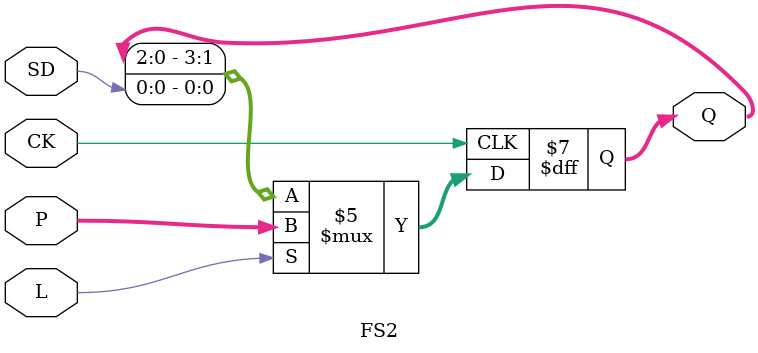
<source format=v>

`timescale 1ns/1ns

module FS2(
	input CK,
	input [3:0] P,
	input SD, L,
	output reg [3:0] Q = 4'd0
);

	always @(posedge ~CK)	// negedge CK
	begin
		if (L)
			Q <= #1 P;					// Load
		else
			Q <= #1 {Q[2:0], SD};	// Shift
	end

endmodule

</source>
